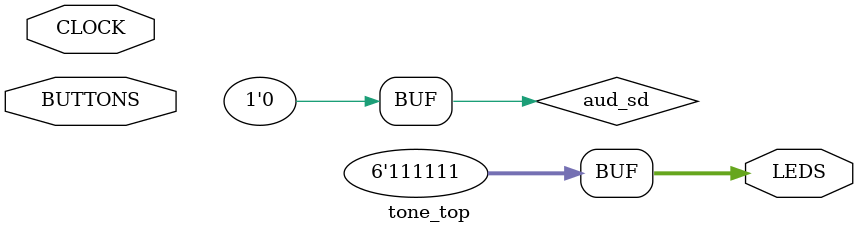
<source format=v>
`timescale 1ns/1ns

module tone_top (
    input CLOCK,
    input [1:0] BUTTONS,
    output [5:0] LEDS
);
    // TODO(you): Your code here. Remove the following lines once you add your implementation.
    assign LEDS[5:0] = 6'b111111;
    assign aud_sd = 0;
endmodule

</source>
